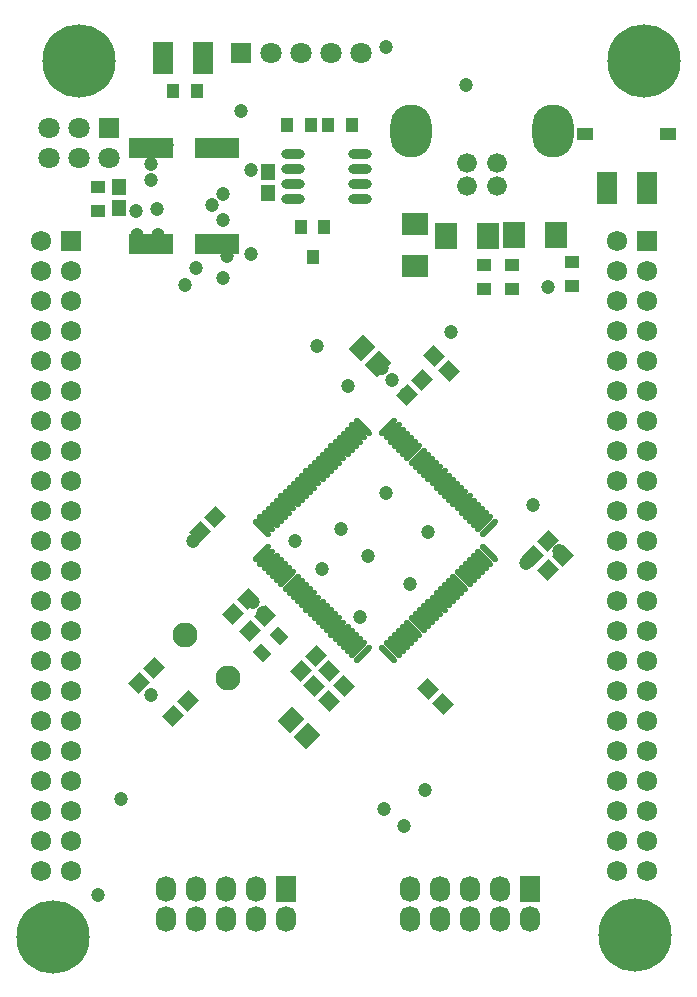
<source format=gts>
G04*
G04 #@! TF.GenerationSoftware,Altium Limited,Altium Designer,20.1.12 (249)*
G04*
G04 Layer_Color=8388736*
%FSTAX24Y24*%
%MOIN*%
G70*
G04*
G04 #@! TF.SameCoordinates,A4519483-63F0-4905-8E8D-142606AE7E66*
G04*
G04*
G04 #@! TF.FilePolarity,Negative*
G04*
G01*
G75*
G04:AMPARAMS|DCode=40|XSize=19.8mil|YSize=78.9mil|CornerRadius=0mil|HoleSize=0mil|Usage=FLASHONLY|Rotation=135.000|XOffset=0mil|YOffset=0mil|HoleType=Round|Shape=Round|*
%AMOVALD40*
21,1,0.0591,0.0198,0.0000,0.0000,225.0*
1,1,0.0198,0.0209,0.0209*
1,1,0.0198,-0.0209,-0.0209*
%
%ADD40OVALD40*%

G04:AMPARAMS|DCode=41|XSize=19.8mil|YSize=78.9mil|CornerRadius=0mil|HoleSize=0mil|Usage=FLASHONLY|Rotation=45.000|XOffset=0mil|YOffset=0mil|HoleType=Round|Shape=Round|*
%AMOVALD41*
21,1,0.0591,0.0198,0.0000,0.0000,135.0*
1,1,0.0198,0.0209,-0.0209*
1,1,0.0198,-0.0209,0.0209*
%
%ADD41OVALD41*%

%ADD42R,0.1458X0.0710*%
%ADD43R,0.0552X0.0395*%
%ADD44R,0.0395X0.0513*%
%ADD45R,0.0730X0.0880*%
G04:AMPARAMS|DCode=46|XSize=59.2mil|YSize=67.1mil|CornerRadius=0mil|HoleSize=0mil|Usage=FLASHONLY|Rotation=135.000|XOffset=0mil|YOffset=0mil|HoleType=Round|Shape=Rectangle|*
%AMROTATEDRECTD46*
4,1,4,0.0446,0.0028,-0.0028,-0.0446,-0.0446,-0.0028,0.0028,0.0446,0.0446,0.0028,0.0*
%
%ADD46ROTATEDRECTD46*%

%ADD47R,0.0434X0.0454*%
%ADD48R,0.0513X0.0552*%
%ADD49O,0.0789X0.0316*%
%ADD50R,0.0880X0.0730*%
G04:AMPARAMS|DCode=51|XSize=51.3mil|YSize=55.2mil|CornerRadius=0mil|HoleSize=0mil|Usage=FLASHONLY|Rotation=315.000|XOffset=0mil|YOffset=0mil|HoleType=Round|Shape=Rectangle|*
%AMROTATEDRECTD51*
4,1,4,-0.0377,-0.0014,0.0014,0.0377,0.0377,0.0014,-0.0014,-0.0377,-0.0377,-0.0014,0.0*
%
%ADD51ROTATEDRECTD51*%

%ADD52R,0.0513X0.0395*%
G04:AMPARAMS|DCode=53|XSize=39.5mil|YSize=51.3mil|CornerRadius=0mil|HoleSize=0mil|Usage=FLASHONLY|Rotation=225.000|XOffset=0mil|YOffset=0mil|HoleType=Round|Shape=Rectangle|*
%AMROTATEDRECTD53*
4,1,4,-0.0042,0.0321,0.0321,-0.0042,0.0042,-0.0321,-0.0321,0.0042,-0.0042,0.0321,0.0*
%
%ADD53ROTATEDRECTD53*%

G04:AMPARAMS|DCode=54|XSize=51.3mil|YSize=55.2mil|CornerRadius=0mil|HoleSize=0mil|Usage=FLASHONLY|Rotation=225.000|XOffset=0mil|YOffset=0mil|HoleType=Round|Shape=Rectangle|*
%AMROTATEDRECTD54*
4,1,4,-0.0014,0.0377,0.0377,-0.0014,0.0014,-0.0377,-0.0377,0.0014,-0.0014,0.0377,0.0*
%
%ADD54ROTATEDRECTD54*%

%ADD55R,0.0680X0.1080*%
%ADD56O,0.0671X0.0867*%
%ADD57R,0.0671X0.0867*%
%ADD58R,0.0710X0.0710*%
%ADD59C,0.0710*%
%ADD60C,0.0678*%
%ADD61R,0.0678X0.0678*%
%ADD62C,0.2442*%
%ADD63C,0.0660*%
%ADD64O,0.1378X0.1772*%
%ADD65C,0.0830*%
%ADD66C,0.0474*%
D40*
X031669Y031373D02*
D03*
X031808Y031234D02*
D03*
X031948Y031095D02*
D03*
X032087Y030956D02*
D03*
X032226Y030817D02*
D03*
X032365Y030677D02*
D03*
X032504Y030538D02*
D03*
X032644Y030399D02*
D03*
X032783Y03026D02*
D03*
X032922Y030121D02*
D03*
X033061Y029982D02*
D03*
X0332Y029842D02*
D03*
X03334Y029703D02*
D03*
X033479Y029564D02*
D03*
X033618Y029425D02*
D03*
X033757Y029286D02*
D03*
X033896Y029146D02*
D03*
X034036Y029007D02*
D03*
X034175Y028868D02*
D03*
X034314Y028729D02*
D03*
X034453Y02859D02*
D03*
X034592Y02845D02*
D03*
X034732Y028311D02*
D03*
X034871Y028172D02*
D03*
X03501Y028033D02*
D03*
X039214Y032236D02*
D03*
X039074Y032376D02*
D03*
X038935Y032515D02*
D03*
X038796Y032654D02*
D03*
X038657Y032793D02*
D03*
X038518Y032932D02*
D03*
X038378Y033072D02*
D03*
X038239Y033211D02*
D03*
X0381Y03335D02*
D03*
X037961Y033489D02*
D03*
X037822Y033628D02*
D03*
X037682Y033768D02*
D03*
X037543Y033907D02*
D03*
X037404Y034046D02*
D03*
X037265Y034185D02*
D03*
X037126Y034324D02*
D03*
X036986Y034464D02*
D03*
X036847Y034603D02*
D03*
X036708Y034742D02*
D03*
X036569Y034881D02*
D03*
X03643Y03502D02*
D03*
X03629Y03516D02*
D03*
X036151Y035299D02*
D03*
X036012Y035438D02*
D03*
X035873Y035577D02*
D03*
D41*
Y028033D02*
D03*
X036012Y028172D02*
D03*
X036151Y028311D02*
D03*
X03629Y02845D02*
D03*
X03643Y02859D02*
D03*
X036569Y028729D02*
D03*
X036708Y028868D02*
D03*
X036847Y029007D02*
D03*
X036986Y029146D02*
D03*
X037126Y029286D02*
D03*
X037265Y029425D02*
D03*
X037404Y029564D02*
D03*
X037543Y029703D02*
D03*
X037682Y029842D02*
D03*
X037822Y029982D02*
D03*
X037961Y030121D02*
D03*
X0381Y03026D02*
D03*
X038239Y030399D02*
D03*
X038378Y030538D02*
D03*
X038518Y030677D02*
D03*
X038657Y030817D02*
D03*
X038796Y030956D02*
D03*
X038935Y031095D02*
D03*
X039074Y031234D02*
D03*
X039214Y031373D02*
D03*
X03501Y035577D02*
D03*
X034871Y035438D02*
D03*
X034732Y035299D02*
D03*
X034592Y03516D02*
D03*
X034453Y03502D02*
D03*
X034314Y034881D02*
D03*
X034175Y034742D02*
D03*
X034036Y034603D02*
D03*
X033896Y034464D02*
D03*
X033757Y034324D02*
D03*
X033618Y034185D02*
D03*
X033479Y034046D02*
D03*
X03334Y033907D02*
D03*
X0332Y033768D02*
D03*
X033061Y033628D02*
D03*
X032922Y033489D02*
D03*
X032783Y03335D02*
D03*
X032644Y033211D02*
D03*
X032504Y033072D02*
D03*
X032365Y032932D02*
D03*
X032226Y032793D02*
D03*
X032087Y032654D02*
D03*
X031948Y032515D02*
D03*
X031808Y032376D02*
D03*
X031669Y032236D02*
D03*
D42*
X03015Y0449D02*
D03*
X027945D02*
D03*
X030155Y0417D02*
D03*
X02795D02*
D03*
D43*
X042422Y04535D02*
D03*
X045178D02*
D03*
D44*
X03385Y04565D02*
D03*
X03465D02*
D03*
X0325D02*
D03*
X0333D02*
D03*
X0295Y0468D02*
D03*
X0287D02*
D03*
D45*
X0392Y04195D02*
D03*
X0378Y04195D02*
D03*
X04005Y041975D02*
D03*
X04145D02*
D03*
D46*
X032636Y025814D02*
D03*
X033164Y025286D02*
D03*
X035514Y037686D02*
D03*
X034986Y038214D02*
D03*
D47*
X032967Y042242D02*
D03*
X033343Y041258D02*
D03*
X033717Y042242D02*
D03*
D48*
X03185Y0441D02*
D03*
Y0434D02*
D03*
X0269Y0436D02*
D03*
Y0429D02*
D03*
D49*
X034912Y0432D02*
D03*
Y0437D02*
D03*
Y0442D02*
D03*
Y0447D02*
D03*
X032688Y0432D02*
D03*
Y0437D02*
D03*
Y0442D02*
D03*
Y0447D02*
D03*
D50*
X03675Y04235D02*
D03*
X03675Y04095D02*
D03*
D51*
X036503Y036653D02*
D03*
X036997Y037147D02*
D03*
X031747Y029297D02*
D03*
X031253Y028803D02*
D03*
X033447Y027947D02*
D03*
X032953Y027453D02*
D03*
X028703Y025953D02*
D03*
X029197Y026447D02*
D03*
X027553Y027053D02*
D03*
X028047Y027547D02*
D03*
X031195Y029845D02*
D03*
X0307Y02935D02*
D03*
X029603Y032103D02*
D03*
X030097Y032597D02*
D03*
X040703Y031303D02*
D03*
X041197Y031797D02*
D03*
X0417Y0313D02*
D03*
X041205Y030805D02*
D03*
D52*
X042Y0403D02*
D03*
Y0411D02*
D03*
X0262Y0436D02*
D03*
Y0428D02*
D03*
X03905Y0402D02*
D03*
Y041D02*
D03*
X04Y0402D02*
D03*
Y041D02*
D03*
D53*
X032233Y028633D02*
D03*
X031667Y028067D02*
D03*
D54*
X033903Y027447D02*
D03*
X034397Y026953D02*
D03*
X0334Y02695D02*
D03*
X033895Y026455D02*
D03*
X037203Y026847D02*
D03*
X037697Y026353D02*
D03*
X037403Y037947D02*
D03*
X037897Y037453D02*
D03*
D55*
X02835Y0479D02*
D03*
X0297D02*
D03*
X0445Y04355D02*
D03*
X04315D02*
D03*
D56*
X0366Y0202D02*
D03*
X0376D02*
D03*
X0386D02*
D03*
X0396D02*
D03*
X0406Y0192D02*
D03*
X0396D02*
D03*
X0386D02*
D03*
X0376D02*
D03*
X0366D02*
D03*
X02845D02*
D03*
X02945Y0192D02*
D03*
X03045D02*
D03*
X03145Y0192D02*
D03*
X03245Y0192D02*
D03*
X03145Y0202D02*
D03*
X03045D02*
D03*
X02945D02*
D03*
X02845Y0202D02*
D03*
D57*
X0406Y0202D02*
D03*
X03245Y0202D02*
D03*
D58*
X02655Y04555D02*
D03*
X03095Y04805D02*
D03*
D59*
X02655Y04455D02*
D03*
X02555D02*
D03*
X02455D02*
D03*
X02555Y04555D02*
D03*
X02455D02*
D03*
X03495Y04805D02*
D03*
X03395D02*
D03*
X03295D02*
D03*
X03195D02*
D03*
D60*
X0435Y0418D02*
D03*
Y0408D02*
D03*
X0435Y0398D02*
D03*
Y0388D02*
D03*
Y0378D02*
D03*
X0435Y0368D02*
D03*
Y0358D02*
D03*
X0435Y0348D02*
D03*
Y0338D02*
D03*
Y0328D02*
D03*
X0435Y0318D02*
D03*
X0435Y0308D02*
D03*
Y0298D02*
D03*
Y0288D02*
D03*
X0435Y0278D02*
D03*
Y0268D02*
D03*
X0435Y0258D02*
D03*
Y0248D02*
D03*
Y0238D02*
D03*
X0445Y0408D02*
D03*
Y0398D02*
D03*
Y0388D02*
D03*
Y0378D02*
D03*
Y0368D02*
D03*
Y0358D02*
D03*
Y0348D02*
D03*
Y0338D02*
D03*
Y0328D02*
D03*
Y0318D02*
D03*
Y0308D02*
D03*
Y0298D02*
D03*
Y0288D02*
D03*
Y0278D02*
D03*
Y0268D02*
D03*
Y0258D02*
D03*
Y0248D02*
D03*
Y0238D02*
D03*
Y0228D02*
D03*
Y0218D02*
D03*
Y0208D02*
D03*
X0435D02*
D03*
Y0218D02*
D03*
X0435Y0228D02*
D03*
X0243D02*
D03*
Y0218D02*
D03*
X0243Y0208D02*
D03*
X0253D02*
D03*
Y0218D02*
D03*
Y0228D02*
D03*
Y0238D02*
D03*
Y0248D02*
D03*
Y0258D02*
D03*
Y0268D02*
D03*
Y0278D02*
D03*
Y0288D02*
D03*
Y0298D02*
D03*
Y0308D02*
D03*
Y0318D02*
D03*
Y0328D02*
D03*
Y0338D02*
D03*
Y0348D02*
D03*
Y0358D02*
D03*
Y0368D02*
D03*
Y0378D02*
D03*
Y0388D02*
D03*
Y0398D02*
D03*
Y0408D02*
D03*
X0243Y0238D02*
D03*
Y0248D02*
D03*
Y0258D02*
D03*
Y0268D02*
D03*
Y0278D02*
D03*
Y0288D02*
D03*
Y0298D02*
D03*
Y0308D02*
D03*
Y0318D02*
D03*
Y0328D02*
D03*
Y0338D02*
D03*
Y0348D02*
D03*
Y0358D02*
D03*
Y0368D02*
D03*
Y0378D02*
D03*
Y0388D02*
D03*
Y0398D02*
D03*
Y0408D02*
D03*
X0243Y0418D02*
D03*
D61*
X0445D02*
D03*
X0253D02*
D03*
D62*
X0247Y0186D02*
D03*
X0444Y0478D02*
D03*
X02555D02*
D03*
X0441Y01865D02*
D03*
D63*
X0385Y043613D02*
D03*
X0385Y0444D02*
D03*
X039484D02*
D03*
X039484Y043613D02*
D03*
D64*
X041362Y045467D02*
D03*
X036622D02*
D03*
D65*
X030514Y027236D02*
D03*
X0291Y02865D02*
D03*
D66*
X02815Y04285D02*
D03*
X0275Y042D02*
D03*
X02745Y0428D02*
D03*
X027945Y043834D02*
D03*
Y044367D02*
D03*
X028Y045D02*
D03*
X0285D02*
D03*
X034296Y032196D02*
D03*
X035202Y03129D02*
D03*
X034934Y029266D02*
D03*
X0366Y030368D02*
D03*
X034537Y03695D02*
D03*
X0358Y0334D02*
D03*
X03275Y0318D02*
D03*
X03365Y03085D02*
D03*
X03795Y03875D02*
D03*
X040697Y033D02*
D03*
X02835Y0479D02*
D03*
X03095Y046113D02*
D03*
X0335Y0383D02*
D03*
X03035Y04335D02*
D03*
X03Y043D02*
D03*
X03035Y0425D02*
D03*
X02945Y0409D02*
D03*
X03035Y04055D02*
D03*
X0291Y040329D02*
D03*
X028194Y041994D02*
D03*
X0412Y04025D02*
D03*
X0358Y04825D02*
D03*
X0305Y0413D02*
D03*
X0313Y04135D02*
D03*
Y04415D02*
D03*
X024Y01795D02*
D03*
X02535Y01925D02*
D03*
Y01795D02*
D03*
X024Y01925D02*
D03*
X02375Y0186D02*
D03*
X02565D02*
D03*
X0247Y01765D02*
D03*
Y01955D02*
D03*
X0262Y02D02*
D03*
X03845Y047D02*
D03*
X02695Y0232D02*
D03*
X02795Y02665D02*
D03*
X035738Y022851D02*
D03*
X0444Y04875D02*
D03*
Y04685D02*
D03*
X04535Y0478D02*
D03*
X04345D02*
D03*
X0437Y04845D02*
D03*
X04505Y04715D02*
D03*
Y04845D02*
D03*
X0437Y04715D02*
D03*
X02555Y04875D02*
D03*
Y04685D02*
D03*
X0265Y0478D02*
D03*
X0246D02*
D03*
X02485Y04845D02*
D03*
X0262Y04715D02*
D03*
Y04845D02*
D03*
X02485Y04715D02*
D03*
X0441Y0196D02*
D03*
Y0177D02*
D03*
X04505Y01865D02*
D03*
X04315D02*
D03*
X0434Y0193D02*
D03*
X04475Y018D02*
D03*
Y0193D02*
D03*
X0434Y018D02*
D03*
X04045Y03105D02*
D03*
X02935Y0318D02*
D03*
X0372Y0269D02*
D03*
Y0321D02*
D03*
X03645Y0367D02*
D03*
X03565Y03755D02*
D03*
X0371Y0235D02*
D03*
X04155Y03145D02*
D03*
X028703Y025953D02*
D03*
X0364Y0223D02*
D03*
X033895Y026455D02*
D03*
X032953Y027453D02*
D03*
X0317Y0294D02*
D03*
X03135Y02975D02*
D03*
X036Y03715D02*
D03*
M02*

</source>
